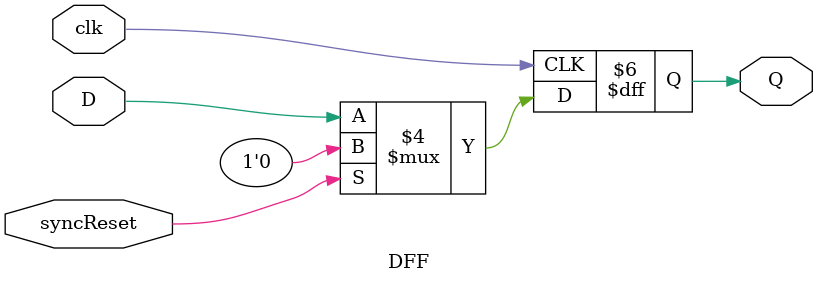
<source format=v>
`timescale 1ns / 1ps
module DFF(D,clk,syncReset,Q);
    input D;
    input clk;
    input syncReset;
    output reg Q;
    
always@(posedge clk)
begin
if (syncReset==1'b1)
	Q <= 1'b0;
else
	Q <= D;
end
endmodule
</source>
